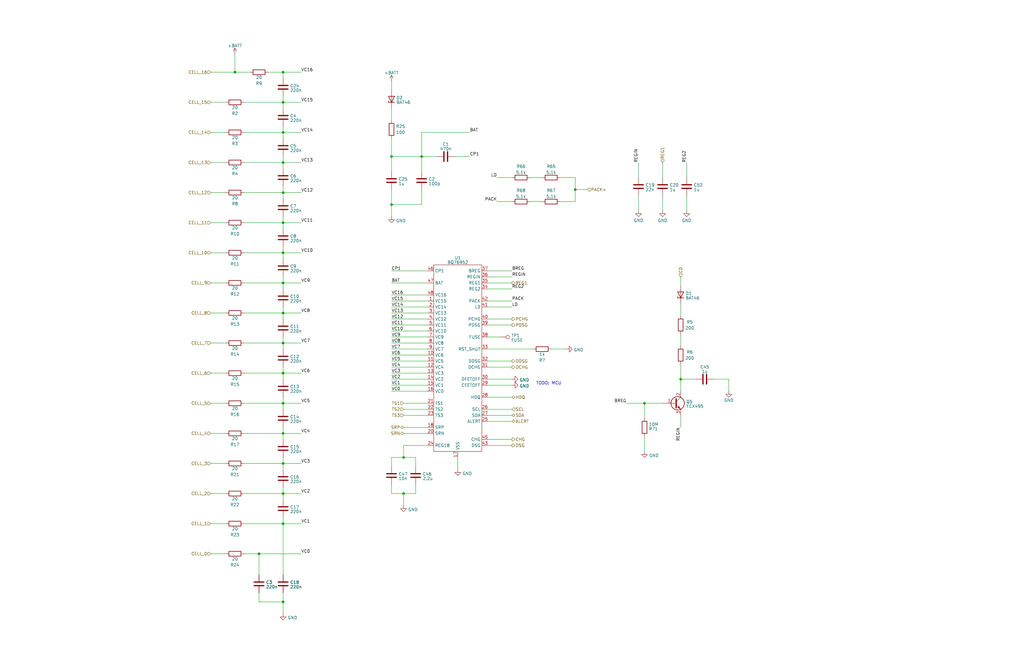
<source format=kicad_sch>
(kicad_sch (version 20230121) (generator eeschema)
  (paper "B")
  (title_block (title "Protection and Balancing") (date "2022-10-30") (rev "Rev 0") (company "QTech BMS Dept"))
  (junction (at 165.1 66.04))
  (junction (at 119.38 68.58))
  (junction (at 119.38 208.28))
  (junction (at 242.57 80.01))
  (junction (at 165.1 86.36))
  (junction (at 170.18 193.04))
  (junction (at 287.02 160.02))
  (junction (at 119.38 81.28))
  (junction (at 170.18 208.28))
  (junction (at 99.06 30.48))
  (junction (at 119.38 132.08))
  (junction (at 119.38 182.88))
  (junction (at 119.38 30.48))
  (junction (at 177.8 66.04))
  (junction (at 119.38 220.98))
  (junction (at 119.38 170.18))
  (junction (at 109.22 233.68))
  (junction (at 271.78 170.18))
  (junction (at 119.38 157.48))
  (junction (at 119.38 93.98))
  (junction (at 119.38 254))
  (junction (at 119.38 106.68))
  (junction (at 119.38 55.88))
  (junction (at 119.38 195.58))
  (junction (at 119.38 43.18))
  (junction (at 119.38 119.38))
  (junction (at 119.38 144.78))
  (wire (pts (xy 165.1 149.86) (xy 180.34 149.86)))
  (wire (pts (xy 191.77 66.04) (xy 198.12 66.04)))
  (wire (pts (xy 165.1 160.02) (xy 180.34 160.02)))
  (wire (pts (xy 88.9 195.58) (xy 95.25 195.58)))
  (wire (pts (xy 102.87 170.18) (xy 119.38 170.18)))
  (wire (pts (xy 287.02 128.27) (xy 287.02 133.35)))
  (wire (pts (xy 236.22 85.09) (xy 242.57 85.09)))
  (wire (pts (xy 102.87 43.18) (xy 119.38 43.18)))
  (wire (pts (xy 205.74 172.72) (xy 215.9 172.72)))
  (wire (pts (xy 119.38 55.88) (xy 119.38 58.42)))
  (wire (pts (xy 271.78 170.18) (xy 264.16 170.18)))
  (wire (pts (xy 205.74 154.94) (xy 215.9 154.94)))
  (wire (pts (xy 175.26 196.85) (xy 175.26 193.04)))
  (wire (pts (xy 205.74 129.54) (xy 215.9 129.54)))
  (wire (pts (xy 177.8 66.04) (xy 177.8 55.88)))
  (wire (pts (xy 119.38 116.84) (xy 119.38 119.38)))
  (wire (pts (xy 88.9 81.28) (xy 95.25 81.28)))
  (wire (pts (xy 205.74 147.32) (xy 224.79 147.32)))
  (wire (pts (xy 119.38 68.58) (xy 119.38 71.12)))
  (wire (pts (xy 165.1 137.16) (xy 180.34 137.16)))
  (wire (pts (xy 119.38 254) (xy 119.38 259.08)))
  (wire (pts (xy 177.8 72.39) (xy 177.8 66.04)))
  (wire (pts (xy 232.41 147.32) (xy 238.76 147.32)))
  (wire (pts (xy 165.1 129.54) (xy 180.34 129.54)))
  (wire (pts (xy 180.34 182.88) (xy 170.18 182.88)))
  (wire (pts (xy 269.24 68.58) (xy 269.24 74.93)))
  (wire (pts (xy 271.78 170.18) (xy 271.78 176.53)))
  (wire (pts (xy 119.38 205.74) (xy 119.38 208.28)))
  (wire (pts (xy 99.06 22.86) (xy 99.06 30.48)))
  (wire (pts (xy 165.1 132.08) (xy 180.34 132.08)))
  (wire (pts (xy 228.6 74.93) (xy 223.52 74.93)))
  (wire (pts (xy 119.38 167.64) (xy 119.38 170.18)))
  (wire (pts (xy 102.87 233.68) (xy 109.22 233.68)))
  (wire (pts (xy 165.1 80.01) (xy 165.1 86.36)))
  (wire (pts (xy 287.02 160.02) (xy 293.37 160.02)))
  (wire (pts (xy 119.38 157.48) (xy 127 157.48)))
  (wire (pts (xy 205.74 177.8) (xy 215.9 177.8)))
  (wire (pts (xy 205.74 116.84) (xy 215.9 116.84)))
  (wire (pts (xy 170.18 208.28) (xy 175.26 208.28)))
  (wire (pts (xy 109.22 233.68) (xy 127 233.68)))
  (wire (pts (xy 205.74 137.16) (xy 215.9 137.16)))
  (wire (pts (xy 119.38 132.08) (xy 119.38 134.62)))
  (wire (pts (xy 113.03 30.48) (xy 119.38 30.48)))
  (wire (pts (xy 119.38 66.04) (xy 119.38 68.58)))
  (wire (pts (xy 170.18 187.96) (xy 170.18 193.04)))
  (wire (pts (xy 193.04 193.04) (xy 193.04 198.12)))
  (wire (pts (xy 287.02 153.67) (xy 287.02 160.02)))
  (wire (pts (xy 119.38 250.19) (xy 119.38 254)))
  (wire (pts (xy 279.4 68.58) (xy 279.4 74.93)))
  (wire (pts (xy 88.9 170.18) (xy 95.25 170.18)))
  (wire (pts (xy 119.38 218.44) (xy 119.38 220.98)))
  (wire (pts (xy 119.38 157.48) (xy 119.38 160.02)))
  (wire (pts (xy 205.74 134.62) (xy 215.9 134.62)))
  (wire (pts (xy 119.38 68.58) (xy 127 68.58)))
  (wire (pts (xy 88.9 93.98) (xy 95.25 93.98)))
  (wire (pts (xy 99.06 30.48) (xy 105.41 30.48)))
  (wire (pts (xy 109.22 250.19) (xy 109.22 254)))
  (wire (pts (xy 119.38 180.34) (xy 119.38 182.88)))
  (wire (pts (xy 88.9 30.48) (xy 99.06 30.48)))
  (wire (pts (xy 165.1 34.29) (xy 165.1 38.1)))
  (wire (pts (xy 88.9 43.18) (xy 95.25 43.18)))
  (wire (pts (xy 119.38 195.58) (xy 127 195.58)))
  (wire (pts (xy 307.34 160.02) (xy 307.34 165.1)))
  (wire (pts (xy 170.18 193.04) (xy 165.1 193.04)))
  (wire (pts (xy 279.4 170.18) (xy 271.78 170.18)))
  (wire (pts (xy 119.38 93.98) (xy 119.38 96.52)))
  (wire (pts (xy 289.56 82.55) (xy 289.56 88.9)))
  (wire (pts (xy 88.9 68.58) (xy 95.25 68.58)))
  (wire (pts (xy 170.18 208.28) (xy 170.18 213.36)))
  (wire (pts (xy 300.99 160.02) (xy 307.34 160.02)))
  (wire (pts (xy 209.55 85.09) (xy 215.9 85.09)))
  (wire (pts (xy 119.38 208.28) (xy 127 208.28)))
  (wire (pts (xy 271.78 184.15) (xy 271.78 190.5)))
  (wire (pts (xy 88.9 119.38) (xy 95.25 119.38)))
  (wire (pts (xy 205.74 152.4) (xy 215.9 152.4)))
  (wire (pts (xy 119.38 30.48) (xy 127 30.48)))
  (wire (pts (xy 119.38 220.98) (xy 127 220.98)))
  (wire (pts (xy 205.74 119.38) (xy 215.9 119.38)))
  (wire (pts (xy 119.38 144.78) (xy 127 144.78)))
  (wire (pts (xy 180.34 180.34) (xy 170.18 180.34)))
  (wire (pts (xy 102.87 68.58) (xy 119.38 68.58)))
  (wire (pts (xy 180.34 172.72) (xy 170.18 172.72)))
  (wire (pts (xy 165.1 86.36) (xy 177.8 86.36)))
  (wire (pts (xy 165.1 66.04) (xy 177.8 66.04)))
  (wire (pts (xy 242.57 80.01) (xy 242.57 85.09)))
  (wire (pts (xy 102.87 132.08) (xy 119.38 132.08)))
  (wire (pts (xy 242.57 74.93) (xy 236.22 74.93)))
  (wire (pts (xy 102.87 81.28) (xy 119.38 81.28)))
  (wire (pts (xy 177.8 55.88) (xy 198.12 55.88)))
  (wire (pts (xy 279.4 82.55) (xy 279.4 88.9)))
  (wire (pts (xy 102.87 220.98) (xy 119.38 220.98)))
  (wire (pts (xy 205.74 114.3) (xy 215.9 114.3)))
  (wire (pts (xy 119.38 78.74) (xy 119.38 81.28)))
  (wire (pts (xy 88.9 157.48) (xy 95.25 157.48)))
  (wire (pts (xy 102.87 106.68) (xy 119.38 106.68)))
  (wire (pts (xy 165.1 204.47) (xy 165.1 208.28)))
  (wire (pts (xy 165.1 58.42) (xy 165.1 66.04)))
  (wire (pts (xy 102.87 93.98) (xy 119.38 93.98)))
  (wire (pts (xy 88.9 106.68) (xy 95.25 106.68)))
  (wire (pts (xy 102.87 157.48) (xy 119.38 157.48)))
  (wire (pts (xy 269.24 82.55) (xy 269.24 88.9)))
  (wire (pts (xy 287.02 140.97) (xy 287.02 146.05)))
  (wire (pts (xy 119.38 40.64) (xy 119.38 43.18)))
  (wire (pts (xy 205.74 160.02) (xy 215.9 160.02)))
  (wire (pts (xy 175.26 208.28) (xy 175.26 204.47)))
  (wire (pts (xy 205.74 121.92) (xy 215.9 121.92)))
  (wire (pts (xy 165.1 142.24) (xy 180.34 142.24)))
  (wire (pts (xy 165.1 208.28) (xy 170.18 208.28)))
  (wire (pts (xy 102.87 195.58) (xy 119.38 195.58)))
  (wire (pts (xy 88.9 144.78) (xy 95.25 144.78)))
  (wire (pts (xy 165.1 66.04) (xy 165.1 72.39)))
  (wire (pts (xy 119.38 55.88) (xy 127 55.88)))
  (wire (pts (xy 119.38 182.88) (xy 127 182.88)))
  (wire (pts (xy 165.1 124.46) (xy 180.34 124.46)))
  (wire (pts (xy 205.74 162.56) (xy 215.9 162.56)))
  (wire (pts (xy 88.9 220.98) (xy 95.25 220.98)))
  (wire (pts (xy 119.38 81.28) (xy 119.38 83.82)))
  (wire (pts (xy 119.38 119.38) (xy 119.38 121.92)))
  (wire (pts (xy 289.56 68.58) (xy 289.56 74.93)))
  (wire (pts (xy 165.1 127) (xy 180.34 127)))
  (wire (pts (xy 119.38 43.18) (xy 127 43.18)))
  (wire (pts (xy 223.52 85.09) (xy 228.6 85.09)))
  (wire (pts (xy 287.02 160.02) (xy 287.02 165.1)))
  (wire (pts (xy 119.38 220.98) (xy 119.38 242.57)))
  (wire (pts (xy 119.38 142.24) (xy 119.38 144.78)))
  (wire (pts (xy 119.38 195.58) (xy 119.38 198.12)))
  (wire (pts (xy 102.87 182.88) (xy 119.38 182.88)))
  (wire (pts (xy 287.02 175.26) (xy 287.02 180.34)))
  (wire (pts (xy 119.38 106.68) (xy 119.38 109.22)))
  (wire (pts (xy 119.38 193.04) (xy 119.38 195.58)))
  (wire (pts (xy 165.1 45.72) (xy 165.1 50.8)))
  (wire (pts (xy 88.9 132.08) (xy 95.25 132.08)))
  (wire (pts (xy 119.38 144.78) (xy 119.38 147.32)))
  (wire (pts (xy 109.22 233.68) (xy 109.22 242.57)))
  (wire (pts (xy 119.38 93.98) (xy 127 93.98)))
  (wire (pts (xy 119.38 43.18) (xy 119.38 45.72)))
  (wire (pts (xy 102.87 208.28) (xy 119.38 208.28)))
  (wire (pts (xy 102.87 144.78) (xy 119.38 144.78)))
  (wire (pts (xy 165.1 134.62) (xy 180.34 134.62)))
  (wire (pts (xy 119.38 132.08) (xy 127 132.08)))
  (wire (pts (xy 88.9 55.88) (xy 95.25 55.88)))
  (wire (pts (xy 102.87 55.88) (xy 119.38 55.88)))
  (wire (pts (xy 119.38 104.14) (xy 119.38 106.68)))
  (wire (pts (xy 119.38 170.18) (xy 119.38 172.72)))
  (wire (pts (xy 109.22 254) (xy 119.38 254)))
  (wire (pts (xy 242.57 80.01) (xy 247.65 80.01)))
  (wire (pts (xy 175.26 193.04) (xy 170.18 193.04)))
  (wire (pts (xy 205.74 185.42) (xy 215.9 185.42)))
  (wire (pts (xy 177.8 86.36) (xy 177.8 80.01)))
  (wire (pts (xy 165.1 193.04) (xy 165.1 196.85)))
  (wire (pts (xy 242.57 74.93) (xy 242.57 80.01)))
  (wire (pts (xy 205.74 175.26) (xy 215.9 175.26)))
  (wire (pts (xy 88.9 208.28) (xy 95.25 208.28)))
  (wire (pts (xy 119.38 81.28) (xy 127 81.28)))
  (wire (pts (xy 119.38 91.44) (xy 119.38 93.98)))
  (wire (pts (xy 165.1 165.1) (xy 180.34 165.1)))
  (wire (pts (xy 119.38 208.28) (xy 119.38 210.82)))
  (wire (pts (xy 165.1 139.7) (xy 180.34 139.7)))
  (wire (pts (xy 205.74 142.24) (xy 210.82 142.24)))
  (wire (pts (xy 165.1 144.78) (xy 180.34 144.78)))
  (wire (pts (xy 165.1 152.4) (xy 180.34 152.4)))
  (wire (pts (xy 165.1 86.36) (xy 165.1 91.44)))
  (wire (pts (xy 119.38 154.94) (xy 119.38 157.48)))
  (wire (pts (xy 205.74 127) (xy 215.9 127)))
  (wire (pts (xy 119.38 129.54) (xy 119.38 132.08)))
  (wire (pts (xy 205.74 187.96) (xy 215.9 187.96)))
  (wire (pts (xy 165.1 114.3) (xy 180.34 114.3)))
  (wire (pts (xy 170.18 187.96) (xy 180.34 187.96)))
  (wire (pts (xy 102.87 119.38) (xy 119.38 119.38)))
  (wire (pts (xy 180.34 175.26) (xy 170.18 175.26)))
  (wire (pts (xy 119.38 30.48) (xy 119.38 33.02)))
  (wire (pts (xy 215.9 74.93) (xy 209.55 74.93)))
  (wire (pts (xy 180.34 170.18) (xy 170.18 170.18)))
  (wire (pts (xy 88.9 233.68) (xy 95.25 233.68)))
  (wire (pts (xy 119.38 182.88) (xy 119.38 185.42)))
  (wire (pts (xy 165.1 154.94) (xy 180.34 154.94)))
  (wire (pts (xy 165.1 162.56) (xy 180.34 162.56)))
  (wire (pts (xy 119.38 53.34) (xy 119.38 55.88)))
  (wire (pts (xy 165.1 119.38) (xy 180.34 119.38)))
  (wire (pts (xy 119.38 170.18) (xy 127 170.18)))
  (wire (pts (xy 205.74 167.64) (xy 215.9 167.64)))
  (wire (pts (xy 177.8 66.04) (xy 184.15 66.04)))
  (wire (pts (xy 165.1 157.48) (xy 180.34 157.48)))
  (wire (pts (xy 119.38 119.38) (xy 127 119.38)))
  (wire (pts (xy 88.9 182.88) (xy 95.25 182.88)))
  (wire (pts (xy 287.02 116.84) (xy 287.02 120.65)))
  (wire (pts (xy 165.1 147.32) (xy 180.34 147.32)))
  (wire (pts (xy 119.38 106.68) (xy 127 106.68)))
  (text "TODO: MCU" (at 226.06 162.56 0) (effects (font (size 1.27 1.27)) (justify left bottom)))
  (label "VC7" (at 127 144.78 0))
  (label "VC4" (at 165.1 154.94 0))
  (label "BAT" (at 198.12 55.88 0))
  (label "LD" (at 209.55 74.93 180))
  (label "VC1" (at 127 220.98 0))
  (label "VC5" (at 127 170.18 0))
  (label "VC0" (at 127 233.68 0))
  (label "VC15" (at 127 43.18 0))
  (label "LD" (at 215.9 129.54 0))
  (label "BAT" (at 165.1 119.38 0))
  (label "VC10" (at 165.1 139.7 0))
  (label "VC3" (at 127 195.58 0))
  (label "VC15" (at 165.1 127 0))
  (label "REGIN" (at 269.24 68.58 90))
  (label "PACK" (at 215.9 127 0))
  (label "VC3" (at 165.1 157.48 0))
  (label "REGIN" (at 215.9 116.84 0))
  (label "VC14" (at 165.1 129.54 0))
  (label "VC0" (at 165.1 165.1 0))
  (label "VC6" (at 165.1 149.86 0))
  (label "VC16" (at 165.1 124.46 0))
  (label "VC13" (at 165.1 132.08 0))
  (label "VC6" (at 127 157.48 0))
  (label "VC4" (at 127 182.88 0))
  (label "CP1" (at 198.12 66.04 0))
  (label "VC16" (at 127 30.48 0))
  (label "VC7" (at 165.1 147.32 0))
  (label "VC12" (at 165.1 134.62 0))
  (label "VC1" (at 165.1 162.56 0))
  (label "VC12" (at 127 81.28 0))
  (label "VC9" (at 165.1 142.24 0))
  (label "VC10" (at 127 106.68 0))
  (label "BREG" (at 264.16 170.18 180))
  (label "VC13" (at 127 68.58 0))
  (label "VC11" (at 127 93.98 0))
  (label "VC11" (at 165.1 137.16 0))
  (label "CP1" (at 165.1 114.3 0))
  (label "VC9" (at 127 119.38 0))
  (label "PACK" (at 209.55 85.09 180))
  (label "REG2" (at 215.9 121.92 0))
  (label "BREG" (at 215.9 114.3 0))
  (label "VC8" (at 127 132.08 0))
  (label "VC2" (at 165.1 160.02 0))
  (label "VC5" (at 165.1 152.4 0))
  (label "REGIN" (at 287.02 180.34 270))
  (label "VC14" (at 127 55.88 0))
  (label "VC8" (at 165.1 144.78 0))
  (label "REG2" (at 289.56 68.58 90))
  (label "VC2" (at 127 208.28 0))
  (hierarchical_label "PDSG" (shape output) (at 215.9 137.16 0))
  (hierarchical_label "SRP" (shape bidirectional) (at 170.18 180.34 180))
  (hierarchical_label "DSG" (shape output) (at 215.9 187.96 0))
  (hierarchical_label "CELL_13" (shape input) (at 88.9 68.58 180))
  (hierarchical_label "CELL_2" (shape input) (at 88.9 208.28 180))
  (hierarchical_label "CELL_14" (shape input) (at 88.9 55.88 180))
  (hierarchical_label "CELL_0" (shape input) (at 88.9 233.68 180))
  (hierarchical_label "CELL_15" (shape input) (at 88.9 43.18 180))
  (hierarchical_label "CELL_9" (shape input) (at 88.9 119.38 180))
  (hierarchical_label "REG1" (shape input) (at 279.4 68.58 90))
  (hierarchical_label "CELL_5" (shape input) (at 88.9 170.18 180))
  (hierarchical_label "CELL_3" (shape input) (at 88.9 195.58 180))
  (hierarchical_label "TS1" (shape input) (at 170.18 170.18 180))
  (hierarchical_label "TS2" (shape input) (at 170.18 172.72 180))
  (hierarchical_label "CELL_16" (shape input) (at 88.9 30.48 180))
  (hierarchical_label "CELL_10" (shape input) (at 88.9 106.68 180))
  (hierarchical_label "SCL" (shape input) (at 215.9 172.72 0))
  (hierarchical_label "CELL_7" (shape input) (at 88.9 144.78 180))
  (hierarchical_label "CELL_1" (shape input) (at 88.9 220.98 180))
  (hierarchical_label "CELL_4" (shape input) (at 88.9 182.88 180))
  (hierarchical_label "PACK+" (shape input) (at 247.65 80.01 0))
  (hierarchical_label "DDSG" (shape output) (at 215.9 152.4 0))
  (hierarchical_label "SRN" (shape bidirectional) (at 170.18 182.88 180))
  (hierarchical_label "DCHG" (shape output) (at 215.9 154.94 0))
  (hierarchical_label "PCHG" (shape output) (at 215.9 134.62 0))
  (hierarchical_label "TS3" (shape input) (at 170.18 175.26 180))
  (hierarchical_label "REG1" (shape output) (at 215.9 119.38 0))
  (hierarchical_label "SDA" (shape bidirectional) (at 215.9 175.26 0))
  (hierarchical_label "CHG" (shape output) (at 215.9 185.42 0))
  (hierarchical_label "CELL_11" (shape input) (at 88.9 93.98 180))
  (hierarchical_label "CELL_8" (shape input) (at 88.9 132.08 180))
  (hierarchical_label "HDQ" (shape bidirectional) (at 215.9 167.64 0))
  (hierarchical_label "ALERT" (shape bidirectional) (at 215.9 177.8 0))
  (hierarchical_label "CD" (shape input) (at 287.02 116.84 90))
  (hierarchical_label "CELL_12" (shape input) (at 88.9 81.28 180))
  (hierarchical_label "CELL_6" (shape input) (at 88.9 157.48 180))
  (symbol (lib_id "Device:R") (at 232.41 85.09 90) (unit 1)
    (property "Reference" "R67" (at 232.41 80.3742 90))
    (property "Value" "5.1k" (at 232.41 82.9111 90))
    (property "Footprint" "Resistor_SMD:R_0805_2012Metric" (effects hide))
    (property "Datasheet" "https://www.mouser.com/datasheet/2/447/PYu_RC_Group_51_RoHS_L_11-1984063.pdf" (effects hide))
    (property "Mouser" "https://www.mouser.com/ProductDetail/YAGEO/RC1206JR-075K1L?qs=sGAEpiMZZMtlubZbdhIBIBvSqRm9%252BnwjpZFs1r6dFlc%3D" (effects hide))
    (property "Part Number" "RC1206JR-075K1L" (effects hide))
    (property "Rating" "250mW" (effects hide))
  )
  (symbol (lib_id "Device:C") (at 269.24 78.74 180) (unit 1)
    (property "Reference" "C19" (at 272.161 78.0963 0) (effects (justify right)))
    (property "Value" "22n" (at 272.161 80.0173 0) (effects (justify right)))
    (property "Footprint" "Capacitor_SMD:C_0805_2012Metric" (effects hide))
    (property "Datasheet" "https://www.mouser.com/datasheet/2/585/Samsung_MLCC_1837944-1929650.pdf" (effects hide))
    (property "Mouser" "https://www.mouser.com/ProductDetail/Samsung-Electro-Mechanics/CL21B223KBANNWC?qs=sGAEpiMZZMs7ZEmUmaUL0wnmEc5iLKHPtt1rJVYhzS8%3D" (effects hide))
    (property "Part Number" "CL21B223KBANNWC" (effects hide))
    (property "Rating" "50V" (effects hide))
  )
  (symbol (lib_id "Device:R") (at 99.06 43.18 270) (unit 1)
    (property "Reference" "R2" (at 99.06 47.8958 90))
    (property "Value" "20" (at 99.06 45.3589 90))
    (property "Footprint" "Resistor_SMD:R_1210_3225Metric" (effects hide))
    (property "Datasheet" "https://www.vishay.com/doc?28773" (effects hide))
    (property "Mouser" "https://www.mouser.com/ProductDetail/Vishay-Dale/CRCW120620R0FKEAC?qs=sGAEpiMZZMtlubZbdhIBIIZe04wfiaJWRZ0aKsAnSF4%3D" (effects hide))
    (property "Part Number" "CRCW120620R0FKEAC" (effects hide))
    (property "Rating" "1/4W" (effects hide))
  )
  (symbol (lib_id "Device:R") (at 219.71 74.93 90) (unit 1)
    (property "Reference" "R66" (at 219.71 70.2142 90))
    (property "Value" "5.1k" (at 219.71 72.7511 90))
    (property "Footprint" "Resistor_SMD:R_0805_2012Metric" (effects hide))
    (property "Datasheet" "https://www.mouser.com/datasheet/2/447/PYu_RC_Group_51_RoHS_L_11-1984063.pdf" (effects hide))
    (property "Mouser" "https://www.mouser.com/ProductDetail/YAGEO/RC1206JR-075K1L?qs=sGAEpiMZZMtlubZbdhIBIBvSqRm9%252BnwjpZFs1r6dFlc%3D" (effects hide))
    (property "Part Number" "RC1206JR-075K1L" (effects hide))
    (property "Rating" "250mW" (effects hide))
  )
  (symbol (lib_id "Device:R") (at 99.06 119.38 270) (unit 1)
    (property "Reference" "R12" (at 99.06 124.0958 90))
    (property "Value" "20" (at 99.06 121.5589 90))
    (property "Footprint" "Resistor_SMD:R_1210_3225Metric" (effects hide))
    (property "Datasheet" "https://www.vishay.com/doc?28773" (effects hide))
    (property "Mouser" "https://www.mouser.com/ProductDetail/Vishay-Dale/CRCW120620R0FKEAC?qs=sGAEpiMZZMtlubZbdhIBIIZe04wfiaJWRZ0aKsAnSF4%3D" (effects hide))
    (property "Part Number" "CRCW120620R0FKEAC" (effects hide))
    (property "Rating" "1/4W" (effects hide))
  )
  (symbol (lib_id "Device:R") (at 99.06 132.08 270) (unit 1)
    (property "Reference" "R13" (at 99.06 136.7958 90))
    (property "Value" "20" (at 99.06 134.2589 90))
    (property "Footprint" "Resistor_SMD:R_1210_3225Metric" (effects hide))
    (property "Datasheet" "https://www.vishay.com/doc?28773" (effects hide))
    (property "Mouser" "https://www.mouser.com/ProductDetail/Vishay-Dale/CRCW120620R0FKEAC?qs=sGAEpiMZZMtlubZbdhIBIIZe04wfiaJWRZ0aKsAnSF4%3D" (effects hide))
    (property "Part Number" "CRCW120620R0FKEAC" (effects hide))
    (property "Rating" "1/4W" (effects hide))
  )
  (symbol (lib_id "Device:C") (at 119.38 113.03 0) (unit 1)
    (property "Reference" "C9" (at 122.301 112.3863 0) (effects (justify left)))
    (property "Value" "220n" (at 122.301 114.3073 0) (effects (justify left)))
    (property "Footprint" "Capacitor_SMD:C_0603_1608Metric" (effects hide))
    (property "Datasheet" "https://www.mouser.com/datasheet/2/281/1/GRM188R71E224KA88_01A-1985939.pdf" (effects hide))
    (property "Mouser" "https://www.mouser.com/ProductDetail/Murata-Electronics/GRM188R71E224KA88J?qs=sGAEpiMZZMsh%252B1woXyUXjzfHhryCVQWKGSTUJyXJFXk%3D" (effects hide))
    (property "Part Number" "GRM188R71E224KA88J" (effects hide))
    (property "Rating" "25 VDC" (effects hide))
  )
  (symbol (lib_id "Device:D_Zener") (at 165.1 41.91 90) (unit 1)
    (property "Reference" "D2" (at 167.132 41.2663 90) (effects (justify right)))
    (property "Value" "BAT46" (at 167.132 43.1873 90) (effects (justify right)))
    (property "Footprint" "Diode_SMD:D_SOD-123" (effects hide))
    (property "Datasheet" "https://www.mouser.com/datasheet/2/258/BAT46WHE3_SOD_123_-1957551.pdf" (effects hide))
    (property "Mouser" "https://www.mouser.com/ProductDetail/Micro-Commercial-Components-MCC/BAT46WHE3-TP?qs=HBWAp0VN4RhwZZGh4BO67Q%3D%3D" (effects hide))
    (property "Part Number" "BAT46WHE3-TP" (effects hide))
    (property "Rating" "100V 150mA" (effects hide))
  )
  (symbol (lib_id "Device:C") (at 165.1 76.2 180) (unit 1)
    (property "Reference" "C25" (at 168.021 75.5563 0) (effects (justify right)))
    (property "Value" "1u" (at 168.021 77.4773 0) (effects (justify right)))
    (property "Footprint" "Capacitor_SMD:C_1206_3216Metric" (effects hide))
    (property "Datasheet" "https://www.mouser.com/datasheet/2/585/MLCC-1837944.pdf" (effects hide))
    (property "Mouser" "https://www.mouser.com/ProductDetail/Samsung-Electro-Mechanics/CL31B105KCHNNNE?qs=sGAEpiMZZMsh%252B1woXyUXj7iNKXiFkBmwUqTRcZ61bFU%3D" (effects hide))
    (property "Part Number" "CL31B105KCHNNNE" (effects hide))
    (property "Rating" "100V" (effects hide))
  )
  (symbol (lib_id "Device:R") (at 99.06 208.28 270) (unit 1)
    (property "Reference" "R22" (at 99.06 212.9958 90))
    (property "Value" "20" (at 99.06 210.4589 90))
    (property "Footprint" "Resistor_SMD:R_1210_3225Metric" (effects hide))
    (property "Datasheet" "https://www.vishay.com/doc?28773" (effects hide))
    (property "Mouser" "https://www.mouser.com/ProductDetail/Vishay-Dale/CRCW120620R0FKEAC?qs=sGAEpiMZZMtlubZbdhIBIIZe04wfiaJWRZ0aKsAnSF4%3D" (effects hide))
    (property "Part Number" "CRCW120620R0FKEAC" (effects hide))
    (property "Rating" "1/4W" (effects hide))
  )
  (symbol (lib_id "Device:C") (at 289.56 78.74 180) (unit 1)
    (property "Reference" "C52" (at 292.481 78.0963 0) (effects (justify right)))
    (property "Value" "1u" (at 292.481 80.0173 0) (effects (justify right)))
    (property "Footprint" "Capacitor_SMD:C_0603_1608Metric" (effects hide))
    (property "Datasheet" "https://www.mouser.com/datasheet/2/585/MLCC-1837944.pdf" (effects hide))
    (property "Mouser" "https://www.mouser.com/ProductDetail/Samsung-Electro-Mechanics/CL10B105KA8NNND?qs=sGAEpiMZZMs7ZEmUmaUL03JOSOi7G3a3Pbmf%252BVZ%2FyZWWNareYBTNVg%3D%3D" (effects hide))
    (property "Part Number" "CL10B105KA8NNND" (effects hide))
    (property "Rating" "25V" (effects hide))
  )
  (symbol (lib_id "Device:R") (at 99.06 233.68 270) (unit 1)
    (property "Reference" "R24" (at 99.06 238.3958 90))
    (property "Value" "20" (at 99.06 235.8589 90))
    (property "Footprint" "Resistor_SMD:R_1210_3225Metric" (effects hide))
    (property "Datasheet" "https://www.vishay.com/doc?28773" (effects hide))
    (property "Mouser" "https://www.mouser.com/ProductDetail/Vishay-Dale/CRCW120620R0FKEAC?qs=sGAEpiMZZMtlubZbdhIBIIZe04wfiaJWRZ0aKsAnSF4%3D" (effects hide))
    (property "Part Number" "CRCW120620R0FKEAC" (effects hide))
    (property "Rating" "1/4W" (effects hide))
  )
  (symbol (lib_id "Device:R") (at 219.71 85.09 90) (unit 1)
    (property "Reference" "R68" (at 219.71 80.3742 90))
    (property "Value" "5.1k" (at 219.71 82.9111 90))
    (property "Footprint" "Resistor_SMD:R_0805_2012Metric" (effects hide))
    (property "Datasheet" "https://www.mouser.com/datasheet/2/447/PYu_RC_Group_51_RoHS_L_11-1984063.pdf" (effects hide))
    (property "Mouser" "https://www.mouser.com/ProductDetail/YAGEO/RC1206JR-075K1L?qs=sGAEpiMZZMtlubZbdhIBIBvSqRm9%252BnwjpZFs1r6dFlc%3D" (effects hide))
    (property "Part Number" "RC1206JR-075K1L" (effects hide))
    (property "Rating" "250mW" (effects hide))
  )
  (symbol (lib_id "power:GND") (at 269.24 88.9 0) (unit 1)
    (property "Reference" "#PWR09" (effects hide))
    (property "Value" "GND" (at 269.24 93.0355 0))
  )
  (symbol (lib_id "Device:C") (at 279.4 78.74 180) (unit 1)
    (property "Reference" "C20" (at 282.321 78.0963 0) (effects (justify right)))
    (property "Value" "1u" (at 282.321 80.0173 0) (effects (justify right)))
    (property "Footprint" "Capacitor_SMD:C_0603_1608Metric" (effects hide))
    (property "Datasheet" "https://www.mouser.com/datasheet/2/585/MLCC-1837944.pdf" (effects hide))
    (property "Mouser" "https://www.mouser.com/ProductDetail/Samsung-Electro-Mechanics/CL10B105KA8NNND?qs=sGAEpiMZZMs7ZEmUmaUL03JOSOi7G3a3Pbmf%252BVZ%2FyZWWNareYBTNVg%3D%3D" (effects hide))
    (property "Part Number" "CL10B105KA8NNND" (effects hide))
    (property "Rating" "25V" (effects hide))
  )
  (symbol (lib_id "power:+BATT") (at 99.06 22.86 0) (unit 1)
    (property "Reference" "#PWR03" (effects hide))
    (property "Value" "+BATT" (at 99.06 19.2842 0))
  )
  (symbol (lib_id "Device:C") (at 119.38 214.63 0) (unit 1)
    (property "Reference" "C17" (at 122.301 213.9863 0) (effects (justify left)))
    (property "Value" "220n" (at 122.301 215.9073 0) (effects (justify left)))
    (property "Footprint" "Capacitor_SMD:C_0603_1608Metric" (effects hide))
    (property "Datasheet" "https://www.mouser.com/datasheet/2/281/1/GRM188R71E224KA88_01A-1985939.pdf" (effects hide))
    (property "Mouser" "https://www.mouser.com/ProductDetail/Murata-Electronics/GRM188R71E224KA88J?qs=sGAEpiMZZMsh%252B1woXyUXjzfHhryCVQWKGSTUJyXJFXk%3D" (effects hide))
    (property "Part Number" "GRM188R71E224KA88J" (effects hide))
    (property "Rating" "25 VDC" (effects hide))
  )
  (symbol (lib_id "Device:R") (at 99.06 93.98 270) (unit 1)
    (property "Reference" "R10" (at 99.06 98.6958 90))
    (property "Value" "20" (at 99.06 96.1589 90))
    (property "Footprint" "Resistor_SMD:R_1210_3225Metric" (effects hide))
    (property "Datasheet" "https://www.vishay.com/doc?28773" (effects hide))
    (property "Mouser" "https://www.mouser.com/ProductDetail/Vishay-Dale/CRCW120620R0FKEAC?qs=sGAEpiMZZMtlubZbdhIBIIZe04wfiaJWRZ0aKsAnSF4%3D" (effects hide))
    (property "Part Number" "CRCW120620R0FKEAC" (effects hide))
    (property "Rating" "1/4W" (effects hide))
  )
  (symbol (lib_id "Device:C") (at 119.38 138.43 0) (unit 1)
    (property "Reference" "C11" (at 122.301 137.7863 0) (effects (justify left)))
    (property "Value" "220n" (at 122.301 139.7073 0) (effects (justify left)))
    (property "Footprint" "Capacitor_SMD:C_0603_1608Metric" (effects hide))
    (property "Datasheet" "https://www.mouser.com/datasheet/2/281/1/GRM188R71E224KA88_01A-1985939.pdf" (effects hide))
    (property "Mouser" "https://www.mouser.com/ProductDetail/Murata-Electronics/GRM188R71E224KA88J?qs=sGAEpiMZZMsh%252B1woXyUXjzfHhryCVQWKGSTUJyXJFXk%3D" (effects hide))
    (property "Part Number" "GRM188R71E224KA88J" (effects hide))
    (property "Rating" "25 VDC" (effects hide))
  )
  (symbol (lib_id "Device:C") (at 297.18 160.02 270) (unit 1)
    (property "Reference" "C45" (at 297.18 154.8511 90))
    (property "Value" "1u" (at 297.18 156.7721 90))
    (property "Footprint" "Capacitor_SMD:C_1206_3216Metric" (effects hide))
    (property "Datasheet" "https://www.mouser.com/datasheet/2/585/MLCC-1837944.pdf" (effects hide))
    (property "Mouser" "https://www.mouser.com/ProductDetail/Samsung-Electro-Mechanics/CL31B105KCHNNNE?qs=sGAEpiMZZMsh%252B1woXyUXj7iNKXiFkBmwUqTRcZ61bFU%3D" (effects hide))
    (property "Part Number" "CL31B105KCHNNNE" (effects hide))
    (property "Rating" "100V" (effects hide))
  )
  (symbol (lib_id "Device:C") (at 119.38 163.83 0) (unit 1)
    (property "Reference" "C13" (at 122.301 163.1863 0) (effects (justify left)))
    (property "Value" "220n" (at 122.301 165.1073 0) (effects (justify left)))
    (property "Footprint" "Capacitor_SMD:C_0603_1608Metric" (effects hide))
    (property "Datasheet" "https://www.mouser.com/datasheet/2/281/1/GRM188R71E224KA88_01A-1985939.pdf" (effects hide))
    (property "Mouser" "https://www.mouser.com/ProductDetail/Murata-Electronics/GRM188R71E224KA88J?qs=sGAEpiMZZMsh%252B1woXyUXjzfHhryCVQWKGSTUJyXJFXk%3D" (effects hide))
    (property "Part Number" "GRM188R71E224KA88J" (effects hide))
    (property "Rating" "25 VDC" (effects hide))
  )
  (symbol (lib_id "Device:R") (at 99.06 195.58 270) (unit 1)
    (property "Reference" "R21" (at 99.06 200.2958 90))
    (property "Value" "20" (at 99.06 197.7589 90))
    (property "Footprint" "Resistor_SMD:R_1210_3225Metric" (effects hide))
    (property "Datasheet" "https://www.vishay.com/doc?28773" (effects hide))
    (property "Mouser" "https://www.mouser.com/ProductDetail/Vishay-Dale/CRCW120620R0FKEAC?qs=sGAEpiMZZMtlubZbdhIBIIZe04wfiaJWRZ0aKsAnSF4%3D" (effects hide))
    (property "Part Number" "CRCW120620R0FKEAC" (effects hide))
    (property "Rating" "1/4W" (effects hide))
  )
  (symbol (lib_id "power:GND") (at 238.76 147.32 90) (unit 1)
    (property "Reference" "#PWR033" (effects hide))
    (property "Value" "GND" (at 241.935 147.6368 90) (effects (justify right)))
  )
  (symbol (lib_id "Device:C") (at 109.22 246.38 0) (unit 1)
    (property "Reference" "C3" (at 112.141 245.7363 0) (effects (justify left)))
    (property "Value" "220n" (at 112.141 247.6573 0) (effects (justify left)))
    (property "Footprint" "Capacitor_SMD:C_0603_1608Metric" (effects hide))
    (property "Datasheet" "https://www.mouser.com/datasheet/2/281/1/GRM188R71E224KA88_01A-1985939.pdf" (effects hide))
    (property "Mouser" "https://www.mouser.com/ProductDetail/Murata-Electronics/GRM188R71E224KA88J?qs=sGAEpiMZZMsh%252B1woXyUXjzfHhryCVQWKGSTUJyXJFXk%3D" (effects hide))
    (property "Part Number" "GRM188R71E224KA88J" (effects hide))
    (property "Rating" "25 VDC" (effects hide))
  )
  (symbol (lib_id "Connector:TestPoint") (at 210.82 142.24 270) (unit 1)
    (property "Reference" "TP1" (at 215.519 141.5963 90) (effects (justify left)))
    (property "Value" "FUSE" (at 215.519 143.5173 90) (effects (justify left)))
    (property "Footprint" "TestPoint:TestPoint_Pad_D1.5mm" (effects hide))
  )
  (symbol (lib_id "Device:R") (at 99.06 106.68 270) (unit 1)
    (property "Reference" "R11" (at 99.06 111.3958 90))
    (property "Value" "20" (at 99.06 108.8589 90))
    (property "Footprint" "Resistor_SMD:R_1210_3225Metric" (effects hide))
    (property "Datasheet" "https://www.vishay.com/doc?28773" (effects hide))
    (property "Mouser" "https://www.mouser.com/ProductDetail/Vishay-Dale/CRCW120620R0FKEAC?qs=sGAEpiMZZMtlubZbdhIBIIZe04wfiaJWRZ0aKsAnSF4%3D" (effects hide))
    (property "Part Number" "CRCW120620R0FKEAC" (effects hide))
    (property "Rating" "1/4W" (effects hide))
  )
  (symbol (lib_id "Device:R") (at 228.6 147.32 270) (unit 1)
    (property "Reference" "R7" (at 228.6 152.0358 90))
    (property "Value" "1k" (at 228.6 149.4989 90))
    (property "Footprint" "Resistor_SMD:R_0603_1608Metric" (effects hide))
    (property "Datasheet" "https://www.vishay.com/doc?20035" (effects hide))
    (property "Mouser" "https://www.mouser.com/ProductDetail/Vishay-Dale/CRCW06031K00FKEC?qs=sGAEpiMZZMtlubZbdhIBIO43cdRDMqnZdC%2FvLADwXWY%3D" (effects hide))
    (property "Part Number" "CRCW06031K00FKEC" (effects hide))
    (property "Rating" "100mW" (effects hide))
  )
  (symbol (lib_id "Device:C") (at 119.38 151.13 0) (unit 1)
    (property "Reference" "C12" (at 122.301 150.4863 0) (effects (justify left)))
    (property "Value" "220n" (at 122.301 152.4073 0) (effects (justify left)))
    (property "Footprint" "Capacitor_SMD:C_0603_1608Metric" (effects hide))
    (property "Datasheet" "https://www.mouser.com/datasheet/2/281/1/GRM188R71E224KA88_01A-1985939.pdf" (effects hide))
    (property "Mouser" "https://www.mouser.com/ProductDetail/Murata-Electronics/GRM188R71E224KA88J?qs=sGAEpiMZZMsh%252B1woXyUXjzfHhryCVQWKGSTUJyXJFXk%3D" (effects hide))
    (property "Part Number" "GRM188R71E224KA88J" (effects hide))
    (property "Rating" "25 VDC" (effects hide))
  )
  (symbol (lib_id "Device:R") (at 232.41 74.93 90) (unit 1)
    (property "Reference" "R65" (at 232.41 70.2142 90))
    (property "Value" "5.1k" (at 232.41 72.7511 90))
    (property "Footprint" "Resistor_SMD:R_0805_2012Metric" (effects hide))
    (property "Datasheet" "https://www.mouser.com/datasheet/2/447/PYu_RC_Group_51_RoHS_L_11-1984063.pdf" (effects hide))
    (property "Mouser" "https://www.mouser.com/ProductDetail/YAGEO/RC1206JR-075K1L?qs=sGAEpiMZZMtlubZbdhIBIBvSqRm9%252BnwjpZFs1r6dFlc%3D" (effects hide))
    (property "Part Number" "RC1206JR-075K1L" (effects hide))
    (property "Rating" "250mW" (effects hide))
  )
  (symbol (lib_id "power:GND") (at 307.34 165.1 0) (unit 1)
    (property "Reference" "#PWR012" (effects hide))
    (property "Value" "GND" (at 307.34 168.91 0))
  )
  (symbol (lib_id "Device:R") (at 109.22 30.48 270) (unit 1)
    (property "Reference" "R9" (at 109.22 35.1958 90))
    (property "Value" "20" (at 109.22 32.6589 90))
    (property "Footprint" "Resistor_SMD:R_1210_3225Metric" (effects hide))
    (property "Datasheet" "https://www.vishay.com/doc?28773" (effects hide))
    (property "Mouser" "https://www.mouser.com/ProductDetail/Vishay-Dale/CRCW120620R0FKEAC?qs=sGAEpiMZZMtlubZbdhIBIIZe04wfiaJWRZ0aKsAnSF4%3D" (effects hide))
    (property "Part Number" "CRCW120620R0FKEAC" (effects hide))
    (property "Rating" "1/4W" (effects hide))
  )
  (symbol (lib_id "power:GND") (at 170.18 213.36 0) (unit 1)
    (property "Reference" "#PWR032" (effects hide))
    (property "Value" "GND" (at 172.085 215.0638 0) (effects (justify left)))
  )
  (symbol (lib_id "Device:R") (at 287.02 137.16 180) (unit 1)
    (property "Reference" "R5" (at 290.83 135.89 0))
    (property "Value" "200" (at 290.83 138.4269 0))
    (property "Footprint" "Resistor_SMD:R_0805_2012Metric" (effects hide))
    (property "Datasheet" "https://www.mouser.com/datasheet/2/54/cr-1858361.pdf" (effects hide))
    (property "Mouser" "https://www.mouser.com/ProductDetail/Bourns/CR2512-JW-201ELF?qs=sGAEpiMZZMtlubZbdhIBIFx6EhAlX5Miu5jHMJgEsMg%3D" (effects hide))
    (property "Part Number" "CR2512-JW-201ELF" (effects hide))
    (property "Rating" "1W" (effects hide))
  )
  (symbol (lib_id "Device:Q_NPN_BCE") (at 284.48 170.18 0) (unit 1)
    (property "Reference" "Q5" (at 289.3314 169.5363 0) (effects (justify left)))
    (property "Value" "FCX495" (at 289.3314 171.4573 0) (effects (justify left)))
    (property "Footprint" "Package_TO_SOT_SMD:SOT-89-3" (effects hide))
    (property "Datasheet" "https://www.diodes.com/assets/Datasheets/FCX495.pdf" (effects hide))
    (property "Mouser" "https://www.mouser.com/ProductDetail/Diodes-Incorporated/FCX495TA?qs=fpoYs8%2FwAu9bxDJK3FfPWA%3D%3D" (effects hide))
    (property "Part Number" "FCX495TA" (effects hide))
    (property "Rating" "150V 1A" (effects hide))
  )
  (symbol (lib_id "Device:C") (at 119.38 201.93 0) (unit 1)
    (property "Reference" "C16" (at 122.301 201.2863 0) (effects (justify left)))
    (property "Value" "220n" (at 122.301 203.2073 0) (effects (justify left)))
    (property "Footprint" "Capacitor_SMD:C_0603_1608Metric" (effects hide))
    (property "Datasheet" "https://www.mouser.com/datasheet/2/281/1/GRM188R71E224KA88_01A-1985939.pdf" (effects hide))
    (property "Mouser" "https://www.mouser.com/ProductDetail/Murata-Electronics/GRM188R71E224KA88J?qs=sGAEpiMZZMsh%252B1woXyUXjzfHhryCVQWKGSTUJyXJFXk%3D" (effects hide))
    (property "Part Number" "GRM188R71E224KA88J" (effects hide))
    (property "Rating" "25 VDC" (effects hide))
  )
  (symbol (lib_id "power:GND") (at 279.4 88.9 0) (unit 1)
    (property "Reference" "#PWR08" (effects hide))
    (property "Value" "GND" (at 279.4 93.0355 0))
  )
  (symbol (lib_id "Device:C") (at 177.8 76.2 180) (unit 1)
    (property "Reference" "C2" (at 180.721 75.5563 0) (effects (justify right)))
    (property "Value" "100p" (at 180.721 77.4773 0) (effects (justify right)))
    (property "Footprint" "Capacitor_SMD:C_0603_1608Metric" (effects hide))
    (property "Datasheet" "https://www.mouser.com/datasheet/2/281/1/GCM1885C2A101JA16_01A-3142697.pdf" (effects hide))
    (property "Mouser" "https://www.mouser.com/ProductDetail/Murata-Electronics/GCM1885C2A101JA16D?qs=sGAEpiMZZMs7ZEmUmaUL05tK3UxeJStQD5AHYzB%252BilI%3D" (effects hide))
    (property "Part Number" "GCM1885C2A101JA16D" (effects hide))
    (property "Rating" "100V" (effects hide))
  )
  (symbol (lib_id "power:GND") (at 165.1 91.44 0) (unit 1)
    (property "Reference" "#PWR04" (effects hide))
    (property "Value" "GND" (at 167.005 93.1438 0) (effects (justify left)))
  )
  (symbol (lib_id "Device:R") (at 99.06 81.28 270) (unit 1)
    (property "Reference" "R8" (at 99.06 85.9958 90))
    (property "Value" "20" (at 99.06 83.4589 90))
    (property "Footprint" "Resistor_SMD:R_1210_3225Metric" (effects hide))
    (property "Datasheet" "https://www.vishay.com/doc?28773" (effects hide))
    (property "Mouser" "https://www.mouser.com/ProductDetail/Vishay-Dale/CRCW120620R0FKEAC?qs=sGAEpiMZZMtlubZbdhIBIIZe04wfiaJWRZ0aKsAnSF4%3D" (effects hide))
    (property "Part Number" "CRCW120620R0FKEAC" (effects hide))
    (property "Rating" "1/4W" (effects hide))
  )
  (symbol (lib_id "Device:R") (at 99.06 220.98 270) (unit 1)
    (property "Reference" "R23" (at 99.06 225.6958 90))
    (property "Value" "20" (at 99.06 223.1589 90))
    (property "Footprint" "Resistor_SMD:R_1210_3225Metric" (effects hide))
    (property "Datasheet" "https://www.vishay.com/doc?28773" (effects hide))
    (property "Mouser" "https://www.mouser.com/ProductDetail/Vishay-Dale/CRCW120620R0FKEAC?qs=sGAEpiMZZMtlubZbdhIBIIZe04wfiaJWRZ0aKsAnSF4%3D" (effects hide))
    (property "Part Number" "CRCW120620R0FKEAC" (effects hide))
    (property "Rating" "1/4W" (effects hide))
  )
  (symbol (lib_id "Device:R") (at 99.06 157.48 270) (unit 1)
    (property "Reference" "R15" (at 99.06 162.1958 90))
    (property "Value" "20" (at 99.06 159.6589 90))
    (property "Footprint" "Resistor_SMD:R_1210_3225Metric" (effects hide))
    (property "Datasheet" "https://www.vishay.com/doc?28773" (effects hide))
    (property "Mouser" "https://www.mouser.com/ProductDetail/Vishay-Dale/CRCW120620R0FKEAC?qs=sGAEpiMZZMtlubZbdhIBIIZe04wfiaJWRZ0aKsAnSF4%3D" (effects hide))
    (property "Part Number" "CRCW120620R0FKEAC" (effects hide))
    (property "Rating" "1/4W" (effects hide))
  )
  (symbol (lib_id "Device:C") (at 119.38 246.38 0) (unit 1)
    (property "Reference" "C18" (at 122.301 245.7363 0) (effects (justify left)))
    (property "Value" "220n" (at 122.301 247.6573 0) (effects (justify left)))
    (property "Footprint" "Capacitor_SMD:C_0603_1608Metric" (effects hide))
    (property "Datasheet" "https://www.mouser.com/datasheet/2/281/1/GRM188R71E224KA88_01A-1985939.pdf" (effects hide))
    (property "Mouser" "https://www.mouser.com/ProductDetail/Murata-Electronics/GRM188R71E224KA88J?qs=sGAEpiMZZMsh%252B1woXyUXjzfHhryCVQWKGSTUJyXJFXk%3D" (effects hide))
    (property "Part Number" "GRM188R71E224KA88J" (effects hide))
    (property "Rating" "25 VDC" (effects hide))
  )
  (symbol (lib_id "Device:C") (at 165.1 200.66 180) (unit 1)
    (property "Reference" "C47" (at 168.021 200.0163 0) (effects (justify right)))
    (property "Value" "10n" (at 168.021 201.9373 0) (effects (justify right)))
    (property "Footprint" "Capacitor_SMD:C_0603_1608Metric" (effects hide))
    (property "Datasheet" "https://www.vishay.com/doc?28548" (effects hide))
    (property "Mouser" "https://www.mouser.com/ProductDetail/Vishay-Vitramon/VJ0402Y103JXXCW1BC?qs=sGAEpiMZZMs7ZEmUmaUL0%2F1oDFI5nE5RnMZJfZTtjw0%3D" (effects hide))
    (property "Part Number" "VJ0402Y103JXXCW1BC" (effects hide))
    (property "Rating" "25V" (effects hide))
  )
  (symbol (lib_id "Device:C") (at 119.38 176.53 0) (unit 1)
    (property "Reference" "C14" (at 122.301 175.8863 0) (effects (justify left)))
    (property "Value" "220n" (at 122.301 177.8073 0) (effects (justify left)))
    (property "Footprint" "Capacitor_SMD:C_0603_1608Metric" (effects hide))
    (property "Datasheet" "https://www.mouser.com/datasheet/2/281/1/GRM188R71E224KA88_01A-1985939.pdf" (effects hide))
    (property "Mouser" "https://www.mouser.com/ProductDetail/Murata-Electronics/GRM188R71E224KA88J?qs=sGAEpiMZZMsh%252B1woXyUXjzfHhryCVQWKGSTUJyXJFXk%3D" (effects hide))
    (property "Part Number" "GRM188R71E224KA88J" (effects hide))
    (property "Rating" "25 VDC" (effects hide))
  )
  (symbol (lib_id "Device:R") (at 287.02 149.86 180) (unit 1)
    (property "Reference" "R6" (at 290.83 148.5931 0))
    (property "Value" "200" (at 290.83 151.13 0))
    (property "Footprint" "Resistor_SMD:R_0805_2012Metric" (effects hide))
    (property "Datasheet" "https://www.mouser.com/datasheet/2/54/cr-1858361.pdf" (effects hide))
    (property "Mouser" "https://www.mouser.com/ProductDetail/Bourns/CR2512-JW-201ELF?qs=sGAEpiMZZMtlubZbdhIBIFx6EhAlX5Miu5jHMJgEsMg%3D" (effects hide))
    (property "Part Number" "CR2512-JW-201ELF" (effects hide))
    (property "Rating" "1W" (effects hide))
  )
  (symbol (lib_id "Device:R") (at 99.06 144.78 270) (unit 1)
    (property "Reference" "R14" (at 99.06 149.4958 90))
    (property "Value" "20" (at 99.06 146.9589 90))
    (property "Footprint" "Resistor_SMD:R_1210_3225Metric" (effects hide))
    (property "Datasheet" "https://www.vishay.com/doc?28773" (effects hide))
    (property "Mouser" "https://www.mouser.com/ProductDetail/Vishay-Dale/CRCW120620R0FKEAC?qs=sGAEpiMZZMtlubZbdhIBIIZe04wfiaJWRZ0aKsAnSF4%3D" (effects hide))
    (property "Part Number" "CRCW120620R0FKEAC" (effects hide))
    (property "Rating" "1/4W" (effects hide))
  )
  (symbol (lib_id "Device:D_Zener") (at 287.02 124.46 90) (unit 1)
    (property "Reference" "D1" (at 289.052 123.8163 90) (effects (justify right)))
    (property "Value" "BAT46" (at 289.052 125.7373 90) (effects (justify right)))
    (property "Footprint" "Diode_SMD:D_SOD-123" (effects hide))
    (property "Datasheet" "https://www.mouser.com/datasheet/2/258/BAT46WHE3_SOD_123_-1957551.pdf" (effects hide))
    (property "Mouser" "https://www.mouser.com/ProductDetail/Micro-Commercial-Components-MCC/BAT46WHE3-TP?qs=HBWAp0VN4RhwZZGh4BO67Q%3D%3D" (effects hide))
    (property "Part Number" "BAT46WHE3-TP" (effects hide))
    (property "Rating" "100V 150mA" (effects hide))
  )
  (symbol (lib_id "power:GND") (at 215.9 160.02 90) (unit 1)
    (property "Reference" "#PWR014" (effects hide))
    (property "Value" "GND" (at 219.075 160.3368 90) (effects (justify right)))
  )
  (symbol (lib_id "Device:C") (at 175.26 200.66 180) (unit 1)
    (property "Reference" "C46" (at 178.181 200.0163 0) (effects (justify right)))
    (property "Value" "2.2u" (at 178.181 201.9373 0) (effects (justify right)))
    (property "Footprint" "Capacitor_SMD:C_0603_1608Metric" (effects hide))
    (property "Datasheet" "https://www.mouser.com/datasheet/2/585/MLCC-1837944.pdf" (effects hide))
    (property "Mouser" "https://www.mouser.com/ProductDetail/Samsung-Electro-Mechanics/CL21B225KOFNNNE?qs=sGAEpiMZZMs7ZEmUmaUL0zYKGA%2FRCt7uwwVhYAs9Asc%3D" (effects hide))
    (property "Part Number" "CL21B225KOFNNNE" (effects hide))
    (property "Rating" "16V" (effects hide))
  )
  (symbol (lib_id "Device:C") (at 119.38 100.33 0) (unit 1)
    (property "Reference" "C8" (at 122.301 99.6863 0) (effects (justify left)))
    (property "Value" "220n" (at 122.301 101.6073 0) (effects (justify left)))
    (property "Footprint" "Capacitor_SMD:C_0603_1608Metric" (effects hide))
    (property "Datasheet" "https://www.mouser.com/datasheet/2/281/1/GRM188R71E224KA88_01A-1985939.pdf" (effects hide))
    (property "Mouser" "https://www.mouser.com/ProductDetail/Murata-Electronics/GRM188R71E224KA88J?qs=sGAEpiMZZMsh%252B1woXyUXjzfHhryCVQWKGSTUJyXJFXk%3D" (effects hide))
    (property "Part Number" "GRM188R71E224KA88J" (effects hide))
    (property "Rating" "25 VDC" (effects hide))
  )
  (symbol (lib_id "Device:R") (at 271.78 180.34 0) (mirror y) (unit 1)
    (property "Reference" "R71" (at 273.558 180.9837 0) (effects (justify right)))
    (property "Value" "10M" (at 273.558 179.0627 0) (effects (justify right)))
    (property "Footprint" "Resistor_SMD:R_0603_1608Metric" (effects hide))
    (property "Datasheet" "https://www.mouser.com/datasheet/2/447/PYu_AC_51_RoHS_L_9-3005297.pdf" (effects hide))
    (property "Mouser" "https://www.mouser.com/ProductDetail/YAGEO/AC0603FR-0710ML?qs=sGAEpiMZZMtlubZbdhIBIG07xJe44c5AN0zPtTTP5TI%3D" (effects hide))
    (property "Part Number" "AC0603FR-0710ML" (effects hide))
    (property "Rating" "100mW" (effects hide))
    (instances (project "bms" (path "" (reference "R71") (unit 1)) (path "" (reference "R52") (unit 1))))
  )
  (symbol (lib_id "Device:C") (at 119.38 125.73 0) (unit 1)
    (property "Reference" "C10" (at 122.301 125.0863 0) (effects (justify left)))
    (property "Value" "220n" (at 122.301 127.0073 0) (effects (justify left)))
    (property "Footprint" "Capacitor_SMD:C_0603_1608Metric" (effects hide))
    (property "Datasheet" "https://www.mouser.com/datasheet/2/281/1/GRM188R71E224KA88_01A-1985939.pdf" (effects hide))
    (property "Mouser" "https://www.mouser.com/ProductDetail/Murata-Electronics/GRM188R71E224KA88J?qs=sGAEpiMZZMsh%252B1woXyUXjzfHhryCVQWKGSTUJyXJFXk%3D" (effects hide))
    (property "Part Number" "GRM188R71E224KA88J" (effects hide))
    (property "Rating" "25 VDC" (effects hide))
  )
  (symbol (lib_id "power:GND") (at 193.04 198.12 0) (unit 1)
    (property "Reference" "#PWR06" (effects hide))
    (property "Value" "GND" (at 194.945 199.8238 0) (effects (justify left)))
  )
  (symbol (lib_id "power:GND") (at 215.9 162.56 90) (unit 1)
    (property "Reference" "#PWR013" (effects hide))
    (property "Value" "GND" (at 219.075 162.8768 90) (effects (justify right)))
  )
  (symbol (lib_id "Device:C") (at 119.38 49.53 0) (unit 1)
    (property "Reference" "C4" (at 122.301 48.8863 0) (effects (justify left)))
    (property "Value" "220n" (at 122.301 50.8073 0) (effects (justify left)))
    (property "Footprint" "Capacitor_SMD:C_0603_1608Metric" (effects hide))
    (property "Datasheet" "https://www.mouser.com/datasheet/2/281/1/GRM188R71E224KA88_01A-1985939.pdf" (effects hide))
    (property "Mouser" "https://www.mouser.com/ProductDetail/Murata-Electronics/GRM188R71E224KA88J?qs=sGAEpiMZZMsh%252B1woXyUXjzfHhryCVQWKGSTUJyXJFXk%3D" (effects hide))
    (property "Part Number" "GRM188R71E224KA88J" (effects hide))
    (property "Rating" "25 VDC" (effects hide))
  )
  (symbol (lib_id "Device:C") (at 119.38 74.93 0) (unit 1)
    (property "Reference" "C6" (at 122.301 74.2863 0) (effects (justify left)))
    (property "Value" "220n" (at 122.301 76.2073 0) (effects (justify left)))
    (property "Footprint" "Capacitor_SMD:C_0603_1608Metric" (effects hide))
    (property "Datasheet" "https://www.mouser.com/datasheet/2/281/1/GRM188R71E224KA88_01A-1985939.pdf" (effects hide))
    (property "Mouser" "https://www.mouser.com/ProductDetail/Murata-Electronics/GRM188R71E224KA88J?qs=sGAEpiMZZMsh%252B1woXyUXjzfHhryCVQWKGSTUJyXJFXk%3D" (effects hide))
    (property "Part Number" "GRM188R71E224KA88J" (effects hide))
    (property "Rating" "25 VDC" (effects hide))
  )
  (symbol (lib_id "power:GND") (at 271.78 190.5 0) (unit 1)
    (property "Reference" "#PWR038" (effects hide))
    (property "Value" "GND" (at 273.685 192.2038 0) (effects (justify left)))
  )
  (symbol (lib_id "Device:R") (at 99.06 170.18 270) (unit 1)
    (property "Reference" "R16" (at 99.06 174.8958 90))
    (property "Value" "20" (at 99.06 172.3589 90))
    (property "Footprint" "Resistor_SMD:R_1210_3225Metric" (effects hide))
    (property "Datasheet" "https://www.vishay.com/doc?28773" (effects hide))
    (property "Mouser" "https://www.mouser.com/ProductDetail/Vishay-Dale/CRCW120620R0FKEAC?qs=sGAEpiMZZMtlubZbdhIBIIZe04wfiaJWRZ0aKsAnSF4%3D" (effects hide))
    (property "Part Number" "CRCW120620R0FKEAC" (effects hide))
    (property "Rating" "1/4W" (effects hide))
  )
  (symbol (lib_id "power:GND") (at 289.56 88.9 0) (unit 1)
    (property "Reference" "#PWR07" (effects hide))
    (property "Value" "GND" (at 289.56 93.0355 0))
  )
  (symbol (lib_id "power:+BATT") (at 165.1 34.29 0) (unit 1)
    (property "Reference" "#PWR034" (effects hide))
    (property "Value" "+BATT" (at 165.1 30.7142 0))
  )
  (symbol (lib_id "Device:R") (at 99.06 68.58 270) (unit 1)
    (property "Reference" "R4" (at 99.06 73.2958 90))
    (property "Value" "20" (at 99.06 70.7589 90))
    (property "Footprint" "Resistor_SMD:R_1210_3225Metric" (effects hide))
    (property "Datasheet" "https://www.vishay.com/doc?28773" (effects hide))
    (property "Mouser" "https://www.mouser.com/ProductDetail/Vishay-Dale/CRCW120620R0FKEAC?qs=sGAEpiMZZMtlubZbdhIBIIZe04wfiaJWRZ0aKsAnSF4%3D" (effects hide))
    (property "Part Number" "CRCW120620R0FKEAC" (effects hide))
    (property "Rating" "1/4W" (effects hide))
  )
  (symbol (lib_id "Device:R") (at 165.1 54.61 180) (unit 1)
    (property "Reference" "R25" (at 168.91 53.3431 0))
    (property "Value" "100" (at 168.91 55.88 0))
    (property "Footprint" "Resistor_SMD:R_0603_1608Metric" (effects hide))
    (property "Datasheet" "https://www.mouser.com/datasheet/2/54/cr-1858361.pdf" (effects hide))
    (property "Mouser" "https://www.mouser.com/ProductDetail/Bourns/CR0603-FX-1000ELF?qs=sGAEpiMZZMtlubZbdhIBIB2E0CzLGwMIzMOnVrznuHg%3D" (effects hide))
    (property "Part Number" "CR0603-FX-1000ELF" (effects hide))
    (property "Rating" "100mW" (effects hide))
  )
  (symbol (lib_id "Device:C") (at 119.38 87.63 0) (unit 1)
    (property "Reference" "C7" (at 122.301 86.9863 0) (effects (justify left)))
    (property "Value" "220n" (at 122.301 88.9073 0) (effects (justify left)))
    (property "Footprint" "Capacitor_SMD:C_0603_1608Metric" (effects hide))
    (property "Datasheet" "https://www.mouser.com/datasheet/2/281/1/GRM188R71E224KA88_01A-1985939.pdf" (effects hide))
    (property "Mouser" "https://www.mouser.com/ProductDetail/Murata-Electronics/GRM188R71E224KA88J?qs=sGAEpiMZZMsh%252B1woXyUXjzfHhryCVQWKGSTUJyXJFXk%3D" (effects hide))
    (property "Part Number" "GRM188R71E224KA88J" (effects hide))
    (property "Rating" "25 VDC" (effects hide))
  )
  (symbol (lib_id "Device:C") (at 187.96 66.04 90) (unit 1)
    (property "Reference" "C1" (at 187.96 60.8711 90))
    (property "Value" "470n" (at 187.96 62.7921 90))
    (property "Footprint" "Capacitor_SMD:C_0603_1608Metric" (effects hide))
    (property "Datasheet" "https://www.mouser.com/datasheet/2/585/MLCC-1837944.pdf" (effects hide))
    (property "Mouser" "https://www.mouser.com/ProductDetail/Samsung-Electro-Mechanics/CL21B474KBFNNNG?qs=sGAEpiMZZMt7gvpyg0xT8uePhgAryV60OI4NucyqfQA%3D" (effects hide))
    (property "Part Number" "CL21B474KBFNNNG" (effects hide))
    (property "Rating" "25V" (effects hide))
  )
  (symbol (lib_id "Device:R") (at 99.06 182.88 270) (unit 1)
    (property "Reference" "R17" (at 99.06 187.5958 90))
    (property "Value" "20" (at 99.06 185.0589 90))
    (property "Footprint" "Resistor_SMD:R_1210_3225Metric" (effects hide))
    (property "Datasheet" "https://www.vishay.com/doc?28773" (effects hide))
    (property "Mouser" "https://www.mouser.com/ProductDetail/Vishay-Dale/CRCW120620R0FKEAC?qs=sGAEpiMZZMtlubZbdhIBIIZe04wfiaJWRZ0aKsAnSF4%3D" (effects hide))
    (property "Part Number" "CRCW120620R0FKEAC" (effects hide))
    (property "Rating" "1/4W" (effects hide))
  )
  (symbol (lib_id "Device:R") (at 99.06 55.88 270) (unit 1)
    (property "Reference" "R3" (at 99.06 60.5958 90))
    (property "Value" "20" (at 99.06 58.0589 90))
    (property "Footprint" "Resistor_SMD:R_1210_3225Metric" (effects hide))
    (property "Datasheet" "https://www.vishay.com/doc?28773" (effects hide))
    (property "Mouser" "https://www.mouser.com/ProductDetail/Vishay-Dale/CRCW120620R0FKEAC?qs=sGAEpiMZZMtlubZbdhIBIIZe04wfiaJWRZ0aKsAnSF4%3D" (effects hide))
    (property "Part Number" "CRCW120620R0FKEAC" (effects hide))
    (property "Rating" "1/4W" (effects hide))
  )
  (symbol (lib_id "Device:C") (at 119.38 189.23 0) (unit 1)
    (property "Reference" "C15" (at 122.301 188.5863 0) (effects (justify left)))
    (property "Value" "220n" (at 122.301 190.5073 0) (effects (justify left)))
    (property "Footprint" "Capacitor_SMD:C_0603_1608Metric" (effects hide))
    (property "Datasheet" "https://www.mouser.com/datasheet/2/281/1/GRM188R71E224KA88_01A-1985939.pdf" (effects hide))
    (property "Mouser" "https://www.mouser.com/ProductDetail/Murata-Electronics/GRM188R71E224KA88J?qs=sGAEpiMZZMsh%252B1woXyUXjzfHhryCVQWKGSTUJyXJFXk%3D" (effects hide))
    (property "Part Number" "GRM188R71E224KA88J" (effects hide))
    (property "Rating" "25 VDC" (effects hide))
  )
  (symbol (lib_id "Device:C") (at 119.38 36.83 0) (unit 1)
    (property "Reference" "C24" (at 122.301 36.1863 0) (effects (justify left)))
    (property "Value" "220n" (at 122.301 38.1073 0) (effects (justify left)))
    (property "Footprint" "Capacitor_SMD:C_0603_1608Metric" (effects hide))
    (property "Datasheet" "https://www.mouser.com/datasheet/2/281/1/GRM188R71E224KA88_01A-1985939.pdf" (effects hide))
    (property "Mouser" "https://www.mouser.com/ProductDetail/Murata-Electronics/GRM188R71E224KA88J?qs=sGAEpiMZZMsh%252B1woXyUXjzfHhryCVQWKGSTUJyXJFXk%3D" (effects hide))
    (property "Part Number" "GRM188R71E224KA88J" (effects hide))
    (property "Rating" "25 VDC" (effects hide))
  )
  (symbol (lib_id "power:GND") (at 119.38 259.08 0) (unit 1)
    (property "Reference" "#PWR05" (effects hide))
    (property "Value" "GND" (at 121.285 260.6668 0) (effects (justify left)))
  )
  (symbol (lib_id "Device:C") (at 119.38 62.23 0) (unit 1)
    (property "Reference" "C5" (at 122.301 61.5863 0) (effects (justify left)))
    (property "Value" "220n" (at 122.301 63.5073 0) (effects (justify left)))
    (property "Footprint" "Capacitor_SMD:C_0603_1608Metric" (effects hide))
    (property "Datasheet" "https://www.mouser.com/datasheet/2/281/1/GRM188R71E224KA88_01A-1985939.pdf" (effects hide))
    (property "Mouser" "https://www.mouser.com/ProductDetail/Murata-Electronics/GRM188R71E224KA88J?qs=sGAEpiMZZMsh%252B1woXyUXjzfHhryCVQWKGSTUJyXJFXk%3D" (effects hide))
    (property "Part Number" "GRM188R71E224KA88J" (effects hide))
    (property "Rating" "25 VDC" (effects hide))
  )
  (symbol (lib_id "qtech:BQ76952") (at 193.04 142.24 0) (unit 1)
    (property "Reference" "U1" (at 193.04 108.8009 0))
    (property "Value" "BQ76952" (at 193.04 110.7219 0))
    (property "Footprint" "Package_QFP:TQFP-48_7x7mm_P0.5mm" (effects hide))
    (property "Datasheet" "https://www.ti.com/lit/ds/symlink/bq76952.pdf" (effects hide))
    (property "Mouser" "https://www.mouser.com/ProductDetail/Texas-Instruments/BQ7695203PFBR?qs=iLbezkQI%252Bsg2rrpTwJo3bg%3D%3D" (effects hide))
    (property "Part Number" "BQ7695203PFBR" (effects hide))
  )
)
</source>
